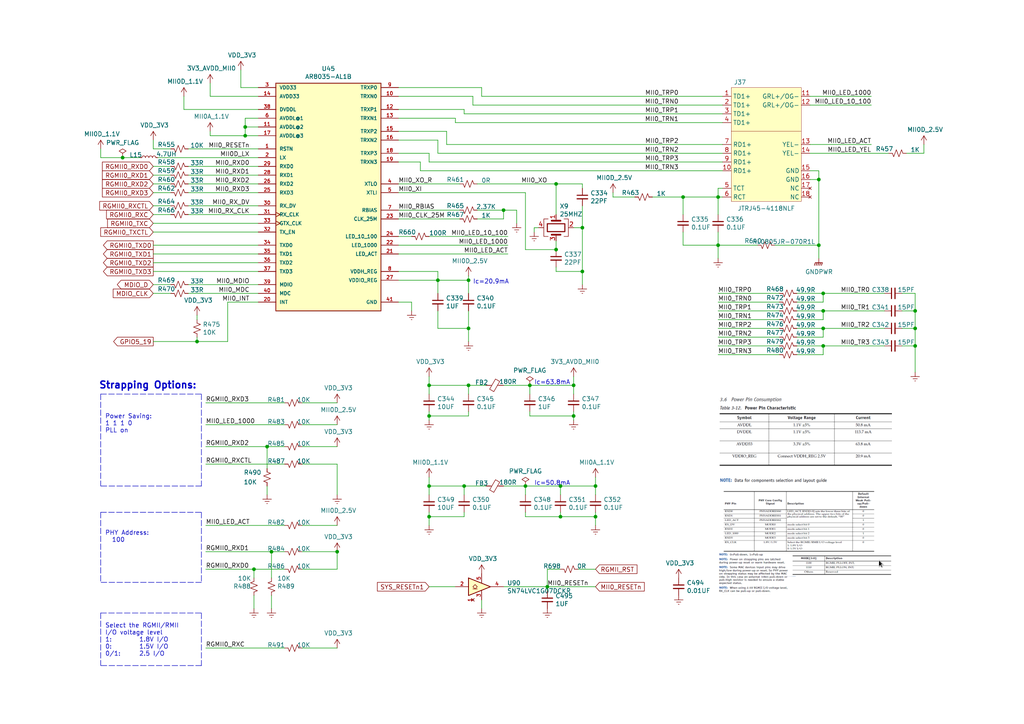
<source format=kicad_sch>
(kicad_sch (version 20210126) (generator eeschema)
  (paper "A4")
  (title_block (title "BeagleBone AI AM57x") (date "2021-01-15") (rev "Kicad-A1") (company "KiCad Services Corporation"))
  (junction (at 35.56 45.72) (diameter 0.9144))
  (junction (at 57.15 99.06) (diameter 0.9144))
  (junction (at 71.12 36.83) (diameter 0.9144))
  (junction (at 71.12 39.37) (diameter 0.9144))
  (junction (at 73.66 165.1) (diameter 0.9144))
  (junction (at 77.47 129.54) (diameter 0.9144))
  (junction (at 78.74 160.02) (diameter 0.9144))
  (junction (at 97.79 160.02) (diameter 0.9144))
  (junction (at 124.46 111.76) (diameter 0.9144))
  (junction (at 124.46 120.65) (diameter 0.9144))
  (junction (at 124.46 140.97) (diameter 0.9144))
  (junction (at 124.46 149.86) (diameter 0.9144))
  (junction (at 127 81.28) (diameter 0.9144))
  (junction (at 134.62 140.97) (diameter 0.9144))
  (junction (at 135.89 81.28) (diameter 0.9144))
  (junction (at 135.89 95.25) (diameter 0.9144))
  (junction (at 135.89 111.76) (diameter 0.9144))
  (junction (at 146.05 60.96) (diameter 0.9144))
  (junction (at 152.4 140.97) (diameter 0.9144))
  (junction (at 153.67 111.76) (diameter 0.9144))
  (junction (at 158.75 170.18) (diameter 0.9144))
  (junction (at 161.29 53.34) (diameter 0.9144))
  (junction (at 161.29 72.39) (diameter 0.9144))
  (junction (at 162.56 140.97) (diameter 0.9144))
  (junction (at 162.56 149.86) (diameter 0.9144))
  (junction (at 166.37 111.76) (diameter 0.9144))
  (junction (at 166.37 120.65) (diameter 0.9144))
  (junction (at 168.91 66.04) (diameter 0.9144))
  (junction (at 168.91 78.74) (diameter 0.9144))
  (junction (at 172.72 140.97) (diameter 0.9144))
  (junction (at 172.72 149.86) (diameter 0.9144))
  (junction (at 198.12 57.15) (diameter 0.9144))
  (junction (at 208.28 57.15) (diameter 0.9144))
  (junction (at 208.28 71.12) (diameter 0.9144))
  (junction (at 237.49 52.07) (diameter 0.9144))
  (junction (at 237.49 71.12) (diameter 0.9144))
  (junction (at 238.76 85.09) (diameter 0.9144))
  (junction (at 238.76 90.17) (diameter 0.9144))
  (junction (at 238.76 95.25) (diameter 0.9144))
  (junction (at 238.76 100.33) (diameter 0.9144))
  (junction (at 265.43 90.17) (diameter 0.9144))
  (junction (at 265.43 95.25) (diameter 0.9144))
  (junction (at 265.43 100.33) (diameter 0.9144))
  (wire (pts (xy 29.21 43.18) (xy 29.21 45.72)))
  (wire (pts (xy 35.56 45.72) (xy 29.21 45.72)))
  (wire (pts (xy 40.64 45.72) (xy 35.56 45.72)))
  (wire (pts (xy 44.45 40.64) (xy 44.45 43.18)))
  (wire (pts (xy 44.45 48.26) (xy 49.53 48.26)))
  (wire (pts (xy 44.45 50.8) (xy 49.53 50.8)))
  (wire (pts (xy 44.45 53.34) (xy 49.53 53.34)))
  (wire (pts (xy 44.45 55.88) (xy 49.53 55.88)))
  (wire (pts (xy 44.45 59.69) (xy 49.53 59.69)))
  (wire (pts (xy 44.45 62.23) (xy 49.53 62.23)))
  (wire (pts (xy 44.45 64.77) (xy 74.93 64.77)))
  (wire (pts (xy 44.45 67.31) (xy 74.93 67.31)))
  (wire (pts (xy 44.45 71.12) (xy 74.93 71.12)))
  (wire (pts (xy 44.45 73.66) (xy 74.93 73.66)))
  (wire (pts (xy 44.45 76.2) (xy 74.93 76.2)))
  (wire (pts (xy 44.45 78.74) (xy 74.93 78.74)))
  (wire (pts (xy 44.45 82.55) (xy 49.53 82.55)))
  (wire (pts (xy 44.45 85.09) (xy 49.53 85.09)))
  (wire (pts (xy 44.45 99.06) (xy 57.15 99.06)))
  (wire (pts (xy 49.53 43.18) (xy 44.45 43.18)))
  (wire (pts (xy 53.34 27.94) (xy 53.34 31.75)))
  (wire (pts (xy 54.61 48.26) (xy 74.93 48.26)))
  (wire (pts (xy 54.61 50.8) (xy 74.93 50.8)))
  (wire (pts (xy 54.61 53.34) (xy 74.93 53.34)))
  (wire (pts (xy 54.61 55.88) (xy 74.93 55.88)))
  (wire (pts (xy 54.61 59.69) (xy 74.93 59.69)))
  (wire (pts (xy 54.61 62.23) (xy 74.93 62.23)))
  (wire (pts (xy 54.61 82.55) (xy 74.93 82.55)))
  (wire (pts (xy 54.61 85.09) (xy 74.93 85.09)))
  (wire (pts (xy 57.15 91.44) (xy 57.15 92.71)))
  (wire (pts (xy 57.15 97.79) (xy 57.15 99.06)))
  (wire (pts (xy 57.15 99.06) (xy 66.04 99.06)))
  (wire (pts (xy 59.69 116.84) (xy 82.55 116.84)))
  (wire (pts (xy 59.69 123.19) (xy 82.55 123.19)))
  (wire (pts (xy 59.69 129.54) (xy 77.47 129.54)))
  (wire (pts (xy 59.69 134.62) (xy 82.55 134.62)))
  (wire (pts (xy 59.69 152.4) (xy 82.55 152.4)))
  (wire (pts (xy 59.69 160.02) (xy 78.74 160.02)))
  (wire (pts (xy 59.69 165.1) (xy 73.66 165.1)))
  (wire (pts (xy 59.69 187.96) (xy 82.55 187.96)))
  (wire (pts (xy 60.96 24.13) (xy 60.96 27.94)))
  (wire (pts (xy 60.96 38.1) (xy 60.96 39.37)))
  (wire (pts (xy 66.04 87.63) (xy 66.04 99.06)))
  (wire (pts (xy 69.85 20.32) (xy 69.85 25.4)))
  (wire (pts (xy 71.12 34.29) (xy 71.12 36.83)))
  (wire (pts (xy 71.12 36.83) (xy 71.12 39.37)))
  (wire (pts (xy 71.12 36.83) (xy 74.93 36.83)))
  (wire (pts (xy 71.12 39.37) (xy 60.96 39.37)))
  (wire (pts (xy 73.66 165.1) (xy 73.66 167.64)))
  (wire (pts (xy 73.66 165.1) (xy 82.55 165.1)))
  (wire (pts (xy 73.66 172.72) (xy 73.66 176.53)))
  (wire (pts (xy 74.93 25.4) (xy 69.85 25.4)))
  (wire (pts (xy 74.93 27.94) (xy 60.96 27.94)))
  (wire (pts (xy 74.93 31.75) (xy 53.34 31.75)))
  (wire (pts (xy 74.93 34.29) (xy 71.12 34.29)))
  (wire (pts (xy 74.93 39.37) (xy 71.12 39.37)))
  (wire (pts (xy 74.93 43.18) (xy 54.61 43.18)))
  (wire (pts (xy 74.93 45.72) (xy 45.72 45.72)))
  (wire (pts (xy 74.93 87.63) (xy 66.04 87.63)))
  (wire (pts (xy 77.47 129.54) (xy 77.47 135.89)))
  (wire (pts (xy 77.47 129.54) (xy 82.55 129.54)))
  (wire (pts (xy 77.47 140.97) (xy 77.47 143.51)))
  (wire (pts (xy 78.74 160.02) (xy 78.74 167.64)))
  (wire (pts (xy 78.74 160.02) (xy 82.55 160.02)))
  (wire (pts (xy 78.74 172.72) (xy 78.74 176.53)))
  (wire (pts (xy 87.63 116.84) (xy 97.79 116.84)))
  (wire (pts (xy 87.63 123.19) (xy 97.79 123.19)))
  (wire (pts (xy 87.63 129.54) (xy 97.79 129.54)))
  (wire (pts (xy 87.63 134.62) (xy 97.79 134.62)))
  (wire (pts (xy 87.63 152.4) (xy 97.79 152.4)))
  (wire (pts (xy 87.63 160.02) (xy 97.79 160.02)))
  (wire (pts (xy 87.63 165.1) (xy 97.79 165.1)))
  (wire (pts (xy 87.63 187.96) (xy 97.79 187.96)))
  (wire (pts (xy 97.79 143.51) (xy 97.79 134.62)))
  (wire (pts (xy 97.79 160.02) (xy 97.79 165.1)))
  (wire (pts (xy 115.57 25.4) (xy 139.7 25.4)))
  (wire (pts (xy 115.57 27.94) (xy 137.16 27.94)))
  (wire (pts (xy 115.57 31.75) (xy 134.62 31.75)))
  (wire (pts (xy 115.57 34.29) (xy 132.08 34.29)))
  (wire (pts (xy 115.57 38.1) (xy 129.54 38.1)))
  (wire (pts (xy 115.57 40.64) (xy 127 40.64)))
  (wire (pts (xy 115.57 44.45) (xy 124.46 44.45)))
  (wire (pts (xy 115.57 46.99) (xy 121.92 46.99)))
  (wire (pts (xy 115.57 53.34) (xy 133.35 53.34)))
  (wire (pts (xy 115.57 55.88) (xy 152.4 55.88)))
  (wire (pts (xy 115.57 60.96) (xy 133.35 60.96)))
  (wire (pts (xy 115.57 63.5) (xy 133.35 63.5)))
  (wire (pts (xy 115.57 68.58) (xy 119.38 68.58)))
  (wire (pts (xy 115.57 71.12) (xy 147.32 71.12)))
  (wire (pts (xy 115.57 73.66) (xy 147.32 73.66)))
  (wire (pts (xy 115.57 81.28) (xy 127 81.28)))
  (wire (pts (xy 115.57 87.63) (xy 119.38 87.63)))
  (wire (pts (xy 119.38 87.63) (xy 119.38 90.17)))
  (wire (pts (xy 121.92 46.99) (xy 121.92 49.53)))
  (wire (pts (xy 121.92 49.53) (xy 209.55 49.53)))
  (wire (pts (xy 124.46 44.45) (xy 124.46 46.99)))
  (wire (pts (xy 124.46 46.99) (xy 209.55 46.99)))
  (wire (pts (xy 124.46 68.58) (xy 147.32 68.58)))
  (wire (pts (xy 124.46 109.22) (xy 124.46 111.76)))
  (wire (pts (xy 124.46 111.76) (xy 124.46 114.3)))
  (wire (pts (xy 124.46 111.76) (xy 135.89 111.76)))
  (wire (pts (xy 124.46 119.38) (xy 124.46 120.65)))
  (wire (pts (xy 124.46 120.65) (xy 124.46 121.92)))
  (wire (pts (xy 124.46 138.43) (xy 124.46 140.97)))
  (wire (pts (xy 124.46 140.97) (xy 134.62 140.97)))
  (wire (pts (xy 124.46 143.51) (xy 124.46 140.97)))
  (wire (pts (xy 124.46 149.86) (xy 124.46 148.59)))
  (wire (pts (xy 124.46 149.86) (xy 124.46 152.4)))
  (wire (pts (xy 124.46 170.18) (xy 132.08 170.18)))
  (wire (pts (xy 127 40.64) (xy 127 44.45)))
  (wire (pts (xy 127 44.45) (xy 209.55 44.45)))
  (wire (pts (xy 127 78.74) (xy 115.57 78.74)))
  (wire (pts (xy 127 81.28) (xy 127 78.74)))
  (wire (pts (xy 127 81.28) (xy 127 85.09)))
  (wire (pts (xy 127 81.28) (xy 135.89 81.28)))
  (wire (pts (xy 127 90.17) (xy 127 95.25)))
  (wire (pts (xy 127 95.25) (xy 135.89 95.25)))
  (wire (pts (xy 129.54 38.1) (xy 129.54 41.91)))
  (wire (pts (xy 129.54 41.91) (xy 209.55 41.91)))
  (wire (pts (xy 132.08 34.29) (xy 132.08 35.56)))
  (wire (pts (xy 132.08 35.56) (xy 209.55 35.56)))
  (wire (pts (xy 134.62 31.75) (xy 134.62 33.02)))
  (wire (pts (xy 134.62 33.02) (xy 209.55 33.02)))
  (wire (pts (xy 134.62 140.97) (xy 134.62 143.51)))
  (wire (pts (xy 134.62 140.97) (xy 140.97 140.97)))
  (wire (pts (xy 134.62 148.59) (xy 134.62 149.86)))
  (wire (pts (xy 134.62 149.86) (xy 124.46 149.86)))
  (wire (pts (xy 135.89 80.01) (xy 135.89 81.28)))
  (wire (pts (xy 135.89 85.09) (xy 135.89 81.28)))
  (wire (pts (xy 135.89 95.25) (xy 135.89 90.17)))
  (wire (pts (xy 135.89 95.25) (xy 135.89 99.06)))
  (wire (pts (xy 135.89 111.76) (xy 135.89 114.3)))
  (wire (pts (xy 135.89 111.76) (xy 140.97 111.76)))
  (wire (pts (xy 135.89 119.38) (xy 135.89 120.65)))
  (wire (pts (xy 135.89 120.65) (xy 124.46 120.65)))
  (wire (pts (xy 137.16 27.94) (xy 137.16 30.48)))
  (wire (pts (xy 137.16 30.48) (xy 209.55 30.48)))
  (wire (pts (xy 138.43 53.34) (xy 161.29 53.34)))
  (wire (pts (xy 138.43 60.96) (xy 146.05 60.96)))
  (wire (pts (xy 138.43 63.5) (xy 146.05 63.5)))
  (wire (pts (xy 139.7 25.4) (xy 139.7 27.94)))
  (wire (pts (xy 139.7 27.94) (xy 209.55 27.94)))
  (wire (pts (xy 139.7 176.53) (xy 139.7 173.99)))
  (wire (pts (xy 146.05 60.96) (xy 149.86 60.96)))
  (wire (pts (xy 146.05 63.5) (xy 146.05 60.96)))
  (wire (pts (xy 146.05 111.76) (xy 153.67 111.76)))
  (wire (pts (xy 146.05 170.18) (xy 158.75 170.18)))
  (wire (pts (xy 149.86 60.96) (xy 149.86 64.77)))
  (wire (pts (xy 152.4 55.88) (xy 152.4 72.39)))
  (wire (pts (xy 152.4 140.97) (xy 146.05 140.97)))
  (wire (pts (xy 152.4 140.97) (xy 152.4 143.51)))
  (wire (pts (xy 152.4 140.97) (xy 162.56 140.97)))
  (wire (pts (xy 152.4 148.59) (xy 152.4 149.86)))
  (wire (pts (xy 152.4 149.86) (xy 162.56 149.86)))
  (wire (pts (xy 153.67 111.76) (xy 153.67 114.3)))
  (wire (pts (xy 153.67 111.76) (xy 166.37 111.76)))
  (wire (pts (xy 153.67 119.38) (xy 153.67 120.65)))
  (wire (pts (xy 153.67 120.65) (xy 166.37 120.65)))
  (wire (pts (xy 154.94 66.04) (xy 154.94 67.31)))
  (wire (pts (xy 156.21 66.04) (xy 154.94 66.04)))
  (wire (pts (xy 158.75 165.1) (xy 158.75 170.18)))
  (wire (pts (xy 158.75 170.18) (xy 158.75 171.45)))
  (wire (pts (xy 158.75 170.18) (xy 172.72 170.18)))
  (wire (pts (xy 161.29 53.34) (xy 161.29 62.23)))
  (wire (pts (xy 161.29 53.34) (xy 168.91 53.34)))
  (wire (pts (xy 161.29 69.85) (xy 161.29 72.39)))
  (wire (pts (xy 161.29 72.39) (xy 152.4 72.39)))
  (wire (pts (xy 161.29 77.47) (xy 161.29 78.74)))
  (wire (pts (xy 161.29 78.74) (xy 168.91 78.74)))
  (wire (pts (xy 162.56 140.97) (xy 162.56 143.51)))
  (wire (pts (xy 162.56 140.97) (xy 172.72 140.97)))
  (wire (pts (xy 162.56 148.59) (xy 162.56 149.86)))
  (wire (pts (xy 162.56 149.86) (xy 172.72 149.86)))
  (wire (pts (xy 162.56 165.1) (xy 158.75 165.1)))
  (wire (pts (xy 166.37 66.04) (xy 168.91 66.04)))
  (wire (pts (xy 166.37 109.22) (xy 166.37 111.76)))
  (wire (pts (xy 166.37 111.76) (xy 166.37 114.3)))
  (wire (pts (xy 166.37 119.38) (xy 166.37 120.65)))
  (wire (pts (xy 166.37 120.65) (xy 166.37 121.92)))
  (wire (pts (xy 168.91 53.34) (xy 168.91 54.61)))
  (wire (pts (xy 168.91 59.69) (xy 168.91 66.04)))
  (wire (pts (xy 168.91 66.04) (xy 168.91 78.74)))
  (wire (pts (xy 168.91 78.74) (xy 168.91 82.55)))
  (wire (pts (xy 172.72 138.43) (xy 172.72 140.97)))
  (wire (pts (xy 172.72 143.51) (xy 172.72 140.97)))
  (wire (pts (xy 172.72 149.86) (xy 172.72 148.59)))
  (wire (pts (xy 172.72 149.86) (xy 172.72 152.4)))
  (wire (pts (xy 172.72 165.1) (xy 167.64 165.1)))
  (wire (pts (xy 177.8 55.88) (xy 177.8 57.15)))
  (wire (pts (xy 184.15 57.15) (xy 177.8 57.15)))
  (wire (pts (xy 189.23 57.15) (xy 198.12 57.15)))
  (wire (pts (xy 198.12 57.15) (xy 198.12 62.23)))
  (wire (pts (xy 198.12 57.15) (xy 208.28 57.15)))
  (wire (pts (xy 198.12 67.31) (xy 198.12 71.12)))
  (wire (pts (xy 198.12 71.12) (xy 208.28 71.12)))
  (wire (pts (xy 208.28 54.61) (xy 208.28 57.15)))
  (wire (pts (xy 208.28 57.15) (xy 209.55 57.15)))
  (wire (pts (xy 208.28 62.23) (xy 208.28 57.15)))
  (wire (pts (xy 208.28 71.12) (xy 208.28 67.31)))
  (wire (pts (xy 208.28 71.12) (xy 208.28 74.93)))
  (wire (pts (xy 208.28 71.12) (xy 219.71 71.12)))
  (wire (pts (xy 208.28 85.09) (xy 226.06 85.09)))
  (wire (pts (xy 208.28 87.63) (xy 226.06 87.63)))
  (wire (pts (xy 208.28 90.17) (xy 226.06 90.17)))
  (wire (pts (xy 208.28 92.71) (xy 226.06 92.71)))
  (wire (pts (xy 208.28 95.25) (xy 226.06 95.25)))
  (wire (pts (xy 208.28 97.79) (xy 226.06 97.79)))
  (wire (pts (xy 208.28 100.33) (xy 226.06 100.33)))
  (wire (pts (xy 208.28 102.87) (xy 226.06 102.87)))
  (wire (pts (xy 209.55 54.61) (xy 208.28 54.61)))
  (wire (pts (xy 224.79 71.12) (xy 237.49 71.12)))
  (wire (pts (xy 231.14 85.09) (xy 238.76 85.09)))
  (wire (pts (xy 231.14 87.63) (xy 238.76 87.63)))
  (wire (pts (xy 231.14 90.17) (xy 238.76 90.17)))
  (wire (pts (xy 231.14 92.71) (xy 238.76 92.71)))
  (wire (pts (xy 231.14 95.25) (xy 238.76 95.25)))
  (wire (pts (xy 231.14 97.79) (xy 238.76 97.79)))
  (wire (pts (xy 231.14 100.33) (xy 238.76 100.33)))
  (wire (pts (xy 231.14 102.87) (xy 238.76 102.87)))
  (wire (pts (xy 234.95 27.94) (xy 252.73 27.94)))
  (wire (pts (xy 234.95 30.48) (xy 252.73 30.48)))
  (wire (pts (xy 234.95 41.91) (xy 252.73 41.91)))
  (wire (pts (xy 234.95 44.45) (xy 257.81 44.45)))
  (wire (pts (xy 234.95 49.53) (xy 237.49 49.53)))
  (wire (pts (xy 237.49 49.53) (xy 237.49 52.07)))
  (wire (pts (xy 237.49 52.07) (xy 234.95 52.07)))
  (wire (pts (xy 237.49 71.12) (xy 237.49 52.07)))
  (wire (pts (xy 237.49 71.12) (xy 237.49 74.93)))
  (wire (pts (xy 238.76 85.09) (xy 238.76 87.63)))
  (wire (pts (xy 238.76 85.09) (xy 256.54 85.09)))
  (wire (pts (xy 238.76 90.17) (xy 238.76 92.71)))
  (wire (pts (xy 238.76 90.17) (xy 256.54 90.17)))
  (wire (pts (xy 238.76 95.25) (xy 238.76 97.79)))
  (wire (pts (xy 238.76 95.25) (xy 256.54 95.25)))
  (wire (pts (xy 238.76 100.33) (xy 238.76 102.87)))
  (wire (pts (xy 238.76 100.33) (xy 256.54 100.33)))
  (wire (pts (xy 261.62 85.09) (xy 265.43 85.09)))
  (wire (pts (xy 261.62 90.17) (xy 265.43 90.17)))
  (wire (pts (xy 261.62 95.25) (xy 265.43 95.25)))
  (wire (pts (xy 261.62 100.33) (xy 265.43 100.33)))
  (wire (pts (xy 262.89 44.45) (xy 267.97 44.45)))
  (wire (pts (xy 265.43 85.09) (xy 265.43 90.17)))
  (wire (pts (xy 265.43 90.17) (xy 265.43 95.25)))
  (wire (pts (xy 265.43 95.25) (xy 265.43 100.33)))
  (wire (pts (xy 265.43 100.33) (xy 265.43 107.95)))
  (wire (pts (xy 267.97 41.91) (xy 267.97 44.45)))
  (polyline (pts (xy 29.21 114.3) (xy 29.21 140.97)) (stroke (width 0) (type dash)))
  (polyline (pts (xy 29.21 114.3) (xy 58.42 114.3)) (stroke (width 0) (type dash)))
  (polyline (pts (xy 29.21 148.59) (xy 29.21 168.91)) (stroke (width 0) (type dash)))
  (polyline (pts (xy 29.21 148.59) (xy 58.42 148.59)) (stroke (width 0) (type dash)))
  (polyline (pts (xy 29.21 177.8) (xy 29.21 193.04)) (stroke (width 0) (type dash)))
  (polyline (pts (xy 29.21 177.8) (xy 58.42 177.8)) (stroke (width 0) (type dash)))
  (polyline (pts (xy 58.42 114.3) (xy 58.42 140.97)) (stroke (width 0) (type dash)))
  (polyline (pts (xy 58.42 140.97) (xy 29.21 140.97)) (stroke (width 0) (type dash)))
  (polyline (pts (xy 58.42 148.59) (xy 58.42 168.91)) (stroke (width 0) (type dash)))
  (polyline (pts (xy 58.42 168.91) (xy 29.21 168.91)) (stroke (width 0) (type dash)))
  (polyline (pts (xy 58.42 177.8) (xy 58.42 193.04)) (stroke (width 0) (type dash)))
  (polyline (pts (xy 58.42 193.04) (xy 29.21 193.04)) (stroke (width 0) (type dash)))
  (image (at 233.68 143.51) (scale 0.711353))
  (text "Power Saving:\n1 1 1 0\nPLL on" (at 30.48 125.73 0) (effects (font (size 1.27 1.27)) (justify left bottom)))
  (text "PHY Address:\n  100" (at 30.48 157.48 0) (effects (font (size 1.27 1.27)) (justify left bottom)))
  (text "Select the RGMII/RMII\nI/O voltage level\n1:		1.8V I/O\n0:		1.5V I/O\n0/1:	2.5 I/O" (at 30.48 190.5 0) (effects (font (size 1.27 1.27)) (justify left bottom)))
  (text "Strapping Options:" (at 57.15 113.03 180) (effects (font (size 2 2) (thickness 0.4) bold) (justify right bottom)))
  (text "Ic=20.9mA" (at 137.16 82.55 0) (effects (font (size 1.27 1.27)) (justify left bottom)))
  (text "Ic=63.8mA" (at 154.94 111.76 0) (effects (font (size 1.27 1.27)) (justify left bottom)))
  (text "Ic=50.8mA" (at 154.94 140.97 0) (effects (font (size 1.27 1.27)) (justify left bottom)))
  (label "RGMII0_RXD3" (at 59.69 116.84 0))
  (label "MII0_LED_1000" (at 59.69 123.19 0))
  (label "RGMII0_RXD2" (at 59.69 129.54 0))
  (label "RGMII0_RXCTL" (at 59.69 134.62 0))
  (label "MII0_LED_ACT" (at 59.69 152.4 0))
  (label "RGMII0_RXD1" (at 59.69 160.02 0))
  (label "RGMII0_RXD0" (at 59.69 165.1 0))
  (label "RGMII0_RXC" (at 59.69 187.96 0))
  (label "MII0_RESETn" (at 72.39 43.18 180))
  (label "MII0D_LX" (at 72.39 45.72 180))
  (label "MII0_RXD0" (at 72.39 48.26 180))
  (label "MII0_RXD1" (at 72.39 50.8 180))
  (label "MII0_RXD2" (at 72.39 53.34 180))
  (label "MII0_RXD3" (at 72.39 55.88 180))
  (label "MII0_RX_DV" (at 72.39 59.69 180))
  (label "MII0_RX_CLK" (at 72.39 62.23 180))
  (label "MII0_MDIO" (at 72.39 82.55 180))
  (label "MII0_MDC" (at 72.39 85.09 180))
  (label "MII0_INT" (at 72.39 87.63 180))
  (label "MII0_XO_R" (at 115.57 53.34 0))
  (label "MII0_XI" (at 115.57 55.88 0))
  (label "MII0_RBIAS" (at 115.57 60.96 0))
  (label "MII0_CLK_25M" (at 115.57 63.5 0))
  (label "MII0_LED_10_100" (at 147.32 68.58 180))
  (label "MII0_LED_1000" (at 147.32 71.12 180))
  (label "MII0_LED_ACT" (at 147.32 73.66 180))
  (label "MII0_XO" (at 158.75 53.34 180))
  (label "MII0_RESETn" (at 158.75 170.18 0))
  (label "MII0_TRP0" (at 196.85 27.94 180))
  (label "MII0_TRN0" (at 196.85 30.48 180))
  (label "MII0_TRP1" (at 196.85 33.02 180))
  (label "MII0_TRN1" (at 196.85 35.56 180))
  (label "MII0_TRP2" (at 196.85 41.91 180))
  (label "MII0_TRN2" (at 196.85 44.45 180))
  (label "MII0_TRP3" (at 196.85 46.99 180))
  (label "MII0_TRN3" (at 196.85 49.53 180))
  (label "MII0_TRP0" (at 208.28 85.09 0))
  (label "MII0_TRN0" (at 208.28 87.63 0))
  (label "MII0_TRP1" (at 208.28 90.17 0))
  (label "MII0_TRN1" (at 208.28 92.71 0))
  (label "MII0_TRP2" (at 208.28 95.25 0))
  (label "MII0_TRN2" (at 208.28 97.79 0))
  (label "MII0_TRP3" (at 208.28 100.33 0))
  (label "MII0_TRN3" (at 208.28 102.87 0))
  (label "MII0_TR0" (at 243.84 85.09 0))
  (label "MII0_TR1" (at 243.84 90.17 0))
  (label "MII0_TR2" (at 243.84 95.25 0))
  (label "MII0_TR3" (at 243.84 100.33 0))
  (label "MII0_LED_1000" (at 252.73 27.94 180))
  (label "MII0_LED_10_100" (at 252.73 30.48 180))
  (label "MII0_LED_ACT" (at 252.73 41.91 180))
  (label "MII0_LED_YEL" (at 252.73 44.45 180))
  (global_label "RGMII0_RXD0" (shape input) (at 44.45 48.26 180) (property "Intersheet References" "${INTERSHEET_REFS}" (at 28.1758 48.1806 0) (effects (justify right))))
  (global_label "RGMII0_RXD1" (shape input) (at 44.45 50.8 180) (property "Intersheet References" "${INTERSHEET_REFS}" (at 28.1758 50.7206 0) (effects (justify right))))
  (global_label "RGMII0_RXD2" (shape input) (at 44.45 53.34 180) (property "Intersheet References" "${INTERSHEET_REFS}" (at 28.1758 53.2606 0) (effects (justify right))))
  (global_label "RGMII0_RXD3" (shape input) (at 44.45 55.88 180) (property "Intersheet References" "${INTERSHEET_REFS}" (at 28.1758 55.8006 0) (effects (justify right))))
  (global_label "RGMII0_RXCTL" (shape input) (at 44.45 59.69 180) (property "Intersheet References" "${INTERSHEET_REFS}" (at 27.3896 59.6106 0) (effects (justify right))))
  (global_label "RGMII0_RXC" (shape input) (at 44.45 62.23 180) (property "Intersheet References" "${INTERSHEET_REFS}" (at 29.3853 62.1506 0) (effects (justify right))))
  (global_label "RGMII0_TXC" (shape input) (at 44.45 64.77 180) (property "Intersheet References" "${INTERSHEET_REFS}" (at 29.6877 64.6906 0) (effects (justify right))))
  (global_label "RGMII0_TXCTL" (shape input) (at 44.45 67.31 180) (property "Intersheet References" "${INTERSHEET_REFS}" (at 27.6919 67.2306 0) (effects (justify right))))
  (global_label "RGMII0_TXD0" (shape output) (at 44.45 71.12 180) (property "Intersheet References" "${INTERSHEET_REFS}" (at 28.4781 71.0406 0) (effects (justify right))))
  (global_label "RGMII0_TXD1" (shape output) (at 44.45 73.66 180) (property "Intersheet References" "${INTERSHEET_REFS}" (at 28.4781 73.5806 0) (effects (justify right))))
  (global_label "RGMII0_TXD2" (shape output) (at 44.45 76.2 180) (property "Intersheet References" "${INTERSHEET_REFS}" (at 28.4781 76.1206 0) (effects (justify right))))
  (global_label "RGMII0_TXD3" (shape output) (at 44.45 78.74 180) (property "Intersheet References" "${INTERSHEET_REFS}" (at 28.4781 78.6606 0) (effects (justify right))))
  (global_label "MDIO_D" (shape bidirectional) (at 44.45 82.55 180) (property "Intersheet References" "${INTERSHEET_REFS}" (at 33.6186 82.4706 0) (effects (justify right))))
  (global_label "MDIO_CLK" (shape input) (at 44.45 85.09 180) (property "Intersheet References" "${INTERSHEET_REFS}" (at 31.3205 85.0106 0) (effects (justify right))))
  (global_label "GPIO5_19" (shape output) (at 44.45 99.06 180) (property "Intersheet References" "${INTERSHEET_REFS}" (at 31.4415 98.9806 0) (effects (justify right))))
  (global_label "SYS_RESETn1" (shape input) (at 124.46 170.18 180) (property "Intersheet References" "${INTERSHEET_REFS}" (at 107.9439 170.1006 0) (effects (justify right))))
  (global_label "RGMII_RST" (shape input) (at 172.72 165.1 0) (property "Intersheet References" "${INTERSHEET_REFS}" (at 186.2728 165.0206 0) (effects (justify left))))
  (global_label "MII0_RESETn" (shape input) (at 172.72 170.18 0) (property "Intersheet References" "${INTERSHEET_REFS}" (at 188.3895 170.1006 0) (effects (justify left))))
  (symbol (lib_id "Device:L_Small") (at 43.18 45.72 90) (unit 1)
    (property "Reference" "L15" (at 39.37 44.939 90))
    (property "Value" "4.7UH" (at 48.26 44.698 90))
    (property "Footprint" "beaglebone-ai:L30X30_A" (effects hide))
    (property "Description" "Power Inductor,Magnetic shielded,4.7uH,1.2A,0.14ohm,3X3X1.8mm,SMD" (effects hide))
    (property "Manufacturer" "CDRH2D18/HPNP-4R7NC" (effects hide))
    (property "Manufacturer P/N" "Power Inductor,Magnetic shielded,4.7uH,1.2A,0.14ohm,3X3X1.8mm,SMD" (effects hide))
    (property "MANUFACTURER" "Sumida" (effects hide))
  )
  (symbol (lib_id "power:PWR_FLAG") (at 35.56 45.72 0) (unit 1)
    (property "Reference" "#FLG0118" (effects hide))
    (property "Value" "PWR_FLAG" (at 35.56 41.3956 0))
  )
  (symbol (lib_id "power:PWR_FLAG") (at 152.4 140.97 0) (unit 1)
    (property "Reference" "#FLG0116" (effects hide))
    (property "Value" "PWR_FLAG" (at 152.4 136.6456 0))
  )
  (symbol (lib_id "power:PWR_FLAG") (at 153.67 111.76 0) (unit 1)
    (property "Reference" "#FLG0117" (effects hide))
    (property "Value" "PWR_FLAG" (at 153.67 107.4356 0))
  )
  (symbol (lib_id "beaglebone-ai:MII0D_1.1V") (at 29.21 43.18 0) (unit 1)
    (property "Reference" "#PWR0434" (effects hide))
    (property "Value" "MII0D_1.1V" (at 29.5783 38.8556 0))
  )
  (symbol (lib_id "beaglebone-ai:VDD_3V3") (at 44.45 40.64 0) (unit 1)
    (property "Reference" "#PWR0435" (effects hide))
    (property "Value" "VDD_3V3" (at 44.8183 36.3156 0))
  )
  (symbol (lib_id "beaglebone-ai:MII0D_1.1V") (at 53.34 27.94 0) (unit 1)
    (property "Reference" "#PWR0426" (effects hide))
    (property "Value" "MII0D_1.1V" (at 53.7083 23.6156 0))
  )
  (symbol (lib_id "beaglebone-ai:VDD_3V3") (at 57.15 91.44 0) (unit 1)
    (property "Reference" "#PWR0425" (effects hide))
    (property "Value" "VDD_3V3" (at 57.5183 87.1156 0))
  )
  (symbol (lib_id "beaglebone-ai:3V3_AVDD_MII0") (at 60.96 24.13 0) (unit 1)
    (property "Reference" "#PWR0427" (effects hide))
    (property "Value" "3V3_AVDD_MII0" (at 61.3283 19.8056 0))
  )
  (symbol (lib_id "beaglebone-ai:MII0A_1.1V") (at 60.96 38.1 0) (unit 1)
    (property "Reference" "#PWR0429" (effects hide))
    (property "Value" "MII0A_1.1V" (at 61.3283 33.7756 0))
  )
  (symbol (lib_id "beaglebone-ai:VDD_3V3") (at 69.85 20.32 0) (unit 1)
    (property "Reference" "#PWR0428" (effects hide))
    (property "Value" "VDD_3V3" (at 70.2183 15.9956 0))
  )
  (symbol (lib_id "beaglebone-ai:VDD_3V3") (at 97.79 116.84 0) (unit 1)
    (property "Reference" "#PWR0440" (effects hide))
    (property "Value" "VDD_3V3" (at 98.1583 112.5156 0))
  )
  (symbol (lib_id "beaglebone-ai:MII0D_2.5V") (at 97.79 123.19 0) (unit 1)
    (property "Reference" "#PWR0439" (effects hide))
    (property "Value" "MII0D_2.5V" (at 98.1583 118.8656 0))
  )
  (symbol (lib_id "beaglebone-ai:VDD_3V3") (at 97.79 129.54 0) (unit 1)
    (property "Reference" "#PWR0441" (effects hide))
    (property "Value" "VDD_3V3" (at 98.1583 125.2156 0))
  )
  (symbol (lib_id "beaglebone-ai:MII0D_2.5V") (at 97.79 152.4 0) (unit 1)
    (property "Reference" "#PWR0436" (effects hide))
    (property "Value" "MII0D_2.5V" (at 98.1583 148.0756 0))
  )
  (symbol (lib_id "beaglebone-ai:VDD_3V3") (at 97.79 160.02 0) (unit 1)
    (property "Reference" "#PWR0433" (effects hide))
    (property "Value" "VDD_3V3" (at 98.1583 155.6956 0))
  )
  (symbol (lib_id "beaglebone-ai:VDD_3V3") (at 97.79 187.96 0) (unit 1)
    (property "Reference" "#PWR0432" (effects hide))
    (property "Value" "VDD_3V3" (at 98.1583 183.6356 0))
  )
  (symbol (lib_id "beaglebone-ai:VDD_3V3") (at 124.46 109.22 0) (unit 1)
    (property "Reference" "#PWR0455" (effects hide))
    (property "Value" "VDD_3V3" (at 124.8283 104.8956 0))
  )
  (symbol (lib_id "beaglebone-ai:MII0D_1.1V") (at 124.46 138.43 0) (unit 1)
    (property "Reference" "#PWR0453" (effects hide))
    (property "Value" "MII0D_1.1V" (at 124.8283 134.1056 0))
  )
  (symbol (lib_id "beaglebone-ai:MII0D_2.5V") (at 135.89 80.01 0) (unit 1)
    (property "Reference" "#PWR0459" (effects hide))
    (property "Value" "MII0D_2.5V" (at 136.2583 75.6856 0))
  )
  (symbol (lib_id "beaglebone-ai:VDD_3V3") (at 139.7 166.37 0) (unit 1)
    (property "Reference" "#PWR0463" (effects hide))
    (property "Value" "VDD_3V3" (at 140.0683 162.0456 0))
  )
  (symbol (lib_id "beaglebone-ai:3V3_AVDD_MII0") (at 166.37 109.22 0) (unit 1)
    (property "Reference" "#PWR0451" (effects hide))
    (property "Value" "3V3_AVDD_MII0" (at 166.7383 104.8956 0))
  )
  (symbol (lib_id "beaglebone-ai:MII0A_1.1V") (at 172.72 138.43 0) (unit 1)
    (property "Reference" "#PWR0447" (effects hide))
    (property "Value" "MII0A_1.1V" (at 173.0883 134.1056 0))
  )
  (symbol (lib_id "beaglebone-ai:MII0D_2.5V") (at 177.8 55.88 0) (unit 1)
    (property "Reference" "#PWR0443" (effects hide))
    (property "Value" "MII0D_2.5V" (at 178.1683 51.5556 0))
  )
  (symbol (lib_id "beaglebone-ai:VDD_3V3") (at 196.85 167.64 0) (unit 1)
    (property "Reference" "#PWR0449" (effects hide))
    (property "Value" "VDD_3V3" (at 197.2183 163.3156 0))
  )
  (symbol (lib_id "beaglebone-ai:MII0D_2.5V") (at 267.97 41.91 0) (unit 1)
    (property "Reference" "#PWR0446" (effects hide))
    (property "Value" "MII0D_2.5V" (at 268.3383 37.5856 0))
  )
  (symbol (lib_id "power:GNDPWR") (at 237.49 74.93 0) (unit 1)
    (property "Reference" "#PWR0444" (effects hide))
    (property "Value" "GNDPWR" (at 237.5535 78.848 0))
  )
  (symbol (lib_id "power:Earth") (at 73.66 176.53 0) (unit 1)
    (property "Reference" "#PWR0430" (effects hide))
    (property "Value" "Earth" (effects hide))
  )
  (symbol (lib_id "power:Earth") (at 77.47 143.51 0) (unit 1)
    (property "Reference" "#PWR0438" (effects hide))
    (property "Value" "Earth" (effects hide))
  )
  (symbol (lib_id "power:Earth") (at 78.74 176.53 0) (unit 1)
    (property "Reference" "#PWR0431" (effects hide))
    (property "Value" "Earth" (effects hide))
  )
  (symbol (lib_id "power:Earth") (at 97.79 143.51 0) (unit 1)
    (property "Reference" "#PWR0437" (effects hide))
    (property "Value" "Earth" (effects hide))
  )
  (symbol (lib_id "power:Earth") (at 119.38 90.17 0) (unit 1)
    (property "Reference" "#PWR0457" (effects hide))
    (property "Value" "Earth" (effects hide))
  )
  (symbol (lib_id "power:Earth") (at 124.46 121.92 0) (unit 1)
    (property "Reference" "#PWR0452" (effects hide))
    (property "Value" "Earth" (effects hide))
  )
  (symbol (lib_id "power:Earth") (at 124.46 152.4 0) (unit 1)
    (property "Reference" "#PWR0462" (effects hide))
    (property "Value" "Earth" (effects hide))
  )
  (symbol (lib_id "power:Earth") (at 135.89 99.06 0) (unit 1)
    (property "Reference" "#PWR0456" (effects hide))
    (property "Value" "Earth" (effects hide))
  )
  (symbol (lib_id "power:Earth") (at 139.7 176.53 0) (unit 1)
    (property "Reference" "#PWR0465" (effects hide))
    (property "Value" "Earth" (effects hide))
  )
  (symbol (lib_id "power:Earth") (at 149.86 64.77 0) (unit 1)
    (property "Reference" "#PWR0460" (effects hide))
    (property "Value" "Earth" (effects hide))
  )
  (symbol (lib_id "power:Earth") (at 154.94 67.31 0) (unit 1)
    (property "Reference" "#PWR0458" (effects hide))
    (property "Value" "Earth" (effects hide))
  )
  (symbol (lib_id "power:Earth") (at 158.75 176.53 0) (unit 1)
    (property "Reference" "#PWR0464" (effects hide))
    (property "Value" "Earth" (effects hide))
  )
  (symbol (lib_id "power:Earth") (at 166.37 121.92 0) (unit 1)
    (property "Reference" "#PWR0454" (effects hide))
    (property "Value" "Earth" (effects hide))
  )
  (symbol (lib_id "power:Earth") (at 168.91 82.55 0) (unit 1)
    (property "Reference" "#PWR0461" (effects hide))
    (property "Value" "Earth" (effects hide))
  )
  (symbol (lib_id "power:Earth") (at 172.72 152.4 0) (unit 1)
    (property "Reference" "#PWR0448" (effects hide))
    (property "Value" "Earth" (effects hide))
  )
  (symbol (lib_id "power:Earth") (at 196.85 172.72 0) (unit 1)
    (property "Reference" "#PWR0450" (effects hide))
    (property "Value" "Earth" (effects hide))
  )
  (symbol (lib_id "power:Earth") (at 208.28 74.93 0) (unit 1)
    (property "Reference" "#PWR0442" (effects hide))
    (property "Value" "Earth" (effects hide))
  )
  (symbol (lib_id "power:Earth") (at 265.43 107.95 0) (unit 1)
    (property "Reference" "#PWR0445" (effects hide))
    (property "Value" "Earth" (effects hide))
  )
  (symbol (lib_id "Device:R_Small_US") (at 52.07 43.18 90) (mirror x) (unit 1)
    (property "Reference" "R455" (at 48.26 41.929 90))
    (property "Value" "10K" (at 57.15 42.17 90))
    (property "Footprint" "beaglebone-ai:R0402" (effects hide))
    (property "Description" "RES,10K,+/-1%,1/16W,SMD0402" (effects hide))
    (property "Manufacturer" "YAGEO" (effects hide))
    (property "Manufacturer P/N" "RC0402FR-0710KL" (effects hide))
    (property "Rating" "1%" (effects hide))
  )
  (symbol (lib_id "Device:R_Small_US") (at 52.07 48.26 90) (mirror x) (unit 1)
    (property "Reference" "R458" (at 48.26 47.009 90))
    (property "Value" "33R" (at 57.15 47.25 90))
    (property "Footprint" "beaglebone-ai:R0402" (effects hide))
    (property "Description" "RES,33R,+/-5%,1/16W,SMD0402" (effects hide))
    (property "Manufacturer" "YAGEO" (effects hide))
    (property "Manufacturer P/N" "RC0402JR-0733RL" (effects hide))
    (property "Rating" "5%" (effects hide))
  )
  (symbol (lib_id "Device:R_Small_US") (at 52.07 50.8 90) (mirror x) (unit 1)
    (property "Reference" "R459" (at 48.26 49.549 90))
    (property "Value" "33R" (at 57.15 49.79 90))
    (property "Footprint" "beaglebone-ai:R0402" (effects hide))
    (property "Description" "RES,33R,+/-5%,1/16W,SMD0402" (effects hide))
    (property "Manufacturer" "YAGEO" (effects hide))
    (property "Manufacturer P/N" "RC0402JR-0733RL" (effects hide))
    (property "Rating" "5%" (effects hide))
  )
  (symbol (lib_id "Device:R_Small_US") (at 52.07 53.34 90) (mirror x) (unit 1)
    (property "Reference" "R460" (at 48.26 52.089 90))
    (property "Value" "33R" (at 57.15 52.33 90))
    (property "Footprint" "beaglebone-ai:R0402" (effects hide))
    (property "Description" "RES,33R,+/-5%,1/16W,SMD0402" (effects hide))
    (property "Manufacturer" "YAGEO" (effects hide))
    (property "Manufacturer P/N" "RC0402JR-0733RL" (effects hide))
    (property "Rating" "5%" (effects hide))
  )
  (symbol (lib_id "Device:R_Small_US") (at 52.07 55.88 90) (mirror x) (unit 1)
    (property "Reference" "R462" (at 48.26 54.629 90))
    (property "Value" "33R" (at 57.15 54.87 90))
    (property "Footprint" "beaglebone-ai:R0402" (effects hide))
    (property "Description" "RES,33R,+/-5%,1/16W,SMD0402" (effects hide))
    (property "Manufacturer" "YAGEO" (effects hide))
    (property "Manufacturer P/N" "RC0402JR-0733RL" (effects hide))
    (property "Rating" "5%" (effects hide))
  )
  (symbol (lib_id "Device:R_Small_US") (at 52.07 59.69 90) (mirror x) (unit 1)
    (property "Reference" "R464" (at 48.26 58.439 90))
    (property "Value" "33R" (at 57.15 58.68 90))
    (property "Footprint" "beaglebone-ai:R0402" (effects hide))
    (property "Description" "RES,33R,+/-5%,1/16W,SMD0402" (effects hide))
    (property "Manufacturer" "YAGEO" (effects hide))
    (property "Manufacturer P/N" "RC0402JR-0733RL" (effects hide))
    (property "Rating" "5%" (effects hide))
  )
  (symbol (lib_id "Device:R_Small_US") (at 52.07 62.23 90) (mirror x) (unit 1)
    (property "Reference" "R466" (at 48.26 60.979 90))
    (property "Value" "33R" (at 57.15 61.22 90))
    (property "Footprint" "beaglebone-ai:R0402" (effects hide))
    (property "Description" "RES,33R,+/-5%,1/16W,SMD0402" (effects hide))
    (property "Manufacturer" "YAGEO" (effects hide))
    (property "Manufacturer P/N" "RC0402JR-0733RL" (effects hide))
    (property "Rating" "5%" (effects hide))
  )
  (symbol (lib_id "Device:R_Small_US") (at 52.07 82.55 90) (mirror x) (unit 1)
    (property "Reference" "R469" (at 48.26 81.299 90))
    (property "Value" "33R" (at 57.15 81.54 90))
    (property "Footprint" "beaglebone-ai:R0402" (effects hide))
    (property "Description" "RES,33R,+/-5%,1/16W,SMD0402" (effects hide))
    (property "Manufacturer" "YAGEO" (effects hide))
    (property "Manufacturer P/N" "RC0402JR-0733RL" (effects hide))
    (property "Rating" "5%" (effects hide))
  )
  (symbol (lib_id "Device:R_Small_US") (at 52.07 85.09 90) (mirror x) (unit 1)
    (property "Reference" "R470" (at 48.26 83.839 90))
    (property "Value" "33R" (at 57.15 84.08 90))
    (property "Footprint" "beaglebone-ai:R0402" (effects hide))
    (property "Description" "RES,33R,+/-5%,1/16W,SMD0402" (effects hide))
    (property "Manufacturer" "YAGEO" (effects hide))
    (property "Manufacturer P/N" "RC0402JR-0733RL" (effects hide))
    (property "Rating" "5%" (effects hide))
  )
  (symbol (lib_id "Device:R_Small_US") (at 57.15 95.25 0) (unit 1)
    (property "Reference" "R475" (at 58.801 94.101 0) (effects (justify left)))
    (property "Value" "10K" (at 58.801 96.399 0) (effects (justify left)))
    (property "Footprint" "beaglebone-ai:R0402" (effects hide))
    (property "Description" "RES,10K,+/-1%,1/16W,SMD0402" (effects hide))
    (property "Manufacturer" "YAGEO" (effects hide))
    (property "Manufacturer P/N" "RC0402FR-0710KL" (effects hide))
    (property "Rating" "1%" (effects hide))
  )
  (symbol (lib_id "Device:R_Small_US") (at 73.66 170.18 0) (mirror x) (unit 1)
    (property "Reference" "R488" (at 72.771 170.059 0) (effects (justify right)))
    (property "Value" "10K" (at 68.961 167.761 0) (effects (justify left)))
    (property "Footprint" "beaglebone-ai:R0402" (effects hide))
    (property "Description" "RES,10K,+/-1%,1/16W,SMD0402" (effects hide))
    (property "Manufacturer" "YAGEO" (effects hide))
    (property "Manufacturer P/N" "RC0402FR-0710KL" (effects hide))
    (property "Rating" "1%" (effects hide))
  )
  (symbol (lib_id "Device:R_Small_US") (at 77.47 138.43 180) (unit 1)
    (property "Reference" "R490" (at 75.819 137.039 0) (effects (justify left)))
    (property "Value" "10K" (at 74.549 139.821 0) (effects (justify left)))
    (property "Footprint" "beaglebone-ai:R0402" (effects hide))
    (property "Description" "RES,10K,+/-1%,1/16W,SMD0402" (effects hide))
    (property "Manufacturer" "YAGEO" (effects hide))
    (property "Manufacturer P/N" "RC0402FR-0710KL" (effects hide))
    (property "Rating" "1%" (effects hide))
  )
  (symbol (lib_id "Device:R_Small_US") (at 78.74 170.18 0) (mirror x) (unit 1)
    (property "Reference" "R489" (at 80.391 170.059 0) (effects (justify left)))
    (property "Value" "10K" (at 80.391 167.761 0) (effects (justify left)))
    (property "Footprint" "beaglebone-ai:R0402" (effects hide))
    (property "Description" "RES,10K,+/-1%,1/16W,SMD0402" (effects hide))
    (property "Manufacturer" "YAGEO" (effects hide))
    (property "Manufacturer P/N" "RC0402FR-0710KL" (effects hide))
    (property "Rating" "1%" (effects hide))
  )
  (symbol (lib_id "Device:R_Small_US") (at 85.09 116.84 90) (mirror x) (unit 1)
    (property "Reference" "R481" (at 82.671 115.951 90) (effects (justify left)))
    (property "Value" "10K" (at 90.049 115.951 90) (effects (justify left)))
    (property "Footprint" "beaglebone-ai:R0402" (effects hide))
    (property "Description" "RES,10K,+/-1%,1/16W,SMD0402" (effects hide))
    (property "Manufacturer" "YAGEO" (effects hide))
    (property "Manufacturer P/N" "RC0402FR-0710KL" (effects hide))
    (property "Rating" "1%" (effects hide))
  )
  (symbol (lib_id "Device:R_Small_US") (at 85.09 123.19 90) (mirror x) (unit 1)
    (property "Reference" "R483" (at 82.671 122.301 90) (effects (justify left)))
    (property "Value" "10K" (at 90.049 122.301 90) (effects (justify left)))
    (property "Footprint" "beaglebone-ai:R0402" (effects hide))
    (property "Description" "RES,10K,+/-1%,1/16W,SMD0402" (effects hide))
    (property "Manufacturer" "YAGEO" (effects hide))
    (property "Manufacturer P/N" "RC0402FR-0710KL" (effects hide))
    (property "Rating" "1%" (effects hide))
  )
  (symbol (lib_id "Device:R_Small_US") (at 85.09 129.54 90) (mirror x) (unit 1)
    (property "Reference" "R485" (at 82.671 128.651 90) (effects (justify left)))
    (property "Value" "10K" (at 90.049 128.651 90) (effects (justify left)))
    (property "Footprint" "beaglebone-ai:R0402" (effects hide))
    (property "Description" "RES,10K,+/-1%,1/16W,SMD0402" (effects hide))
    (property "Manufacturer" "YAGEO" (effects hide))
    (property "Manufacturer P/N" "RC0402FR-0710KL" (effects hide))
    (property "Rating" "1%" (effects hide))
  )
  (symbol (lib_id "Device:R_Small_US") (at 85.09 134.62 90) (mirror x) (unit 1)
    (property "Reference" "R487" (at 82.671 133.731 90) (effects (justify left)))
    (property "Value" "10K" (at 90.049 133.731 90) (effects (justify left)))
    (property "Footprint" "beaglebone-ai:R0402" (effects hide))
    (property "Description" "RES,10K,+/-1%,1/16W,SMD0402" (effects hide))
    (property "Manufacturer" "YAGEO" (effects hide))
    (property "Manufacturer P/N" "RC0402FR-0710KL" (effects hide))
    (property "Rating" "1%" (effects hide))
  )
  (symbol (lib_id "Device:R_Small_US") (at 85.09 152.4 90) (mirror x) (unit 1)
    (property "Reference" "R482" (at 82.671 151.511 90) (effects (justify left)))
    (property "Value" "10K" (at 90.049 151.511 90) (effects (justify left)))
    (property "Footprint" "beaglebone-ai:R0402" (effects hide))
    (property "Description" "RES,10K,+/-1%,1/16W,SMD0402" (effects hide))
    (property "Manufacturer" "YAGEO" (effects hide))
    (property "Manufacturer P/N" "RC0402FR-0710KL" (effects hide))
    (property "Rating" "1%" (effects hide))
  )
  (symbol (lib_id "Device:R_Small_US") (at 85.09 160.02 90) (mirror x) (unit 1)
    (property "Reference" "R484" (at 82.671 159.131 90) (effects (justify left)))
    (property "Value" "10K" (at 90.049 159.131 90) (effects (justify left)))
    (property "Footprint" "beaglebone-ai:R0402" (effects hide))
    (property "Description" "RES,10K,+/-1%,1/16W,SMD0402" (effects hide))
    (property "Manufacturer" "YAGEO" (effects hide))
    (property "Manufacturer P/N" "RC0402FR-0710KL" (effects hide))
    (property "Rating" "1%" (effects hide))
  )
  (symbol (lib_id "Device:R_Small_US") (at 85.09 165.1 90) (mirror x) (unit 1)
    (property "Reference" "R486" (at 82.671 164.211 90) (effects (justify left)))
    (property "Value" "10K" (at 90.049 164.211 90) (effects (justify left)))
    (property "Footprint" "beaglebone-ai:R0402" (effects hide))
    (property "Description" "RES,10K,+/-1%,1/16W,SMD0402" (effects hide))
    (property "Manufacturer" "YAGEO" (effects hide))
    (property "Manufacturer P/N" "RC0402FR-0710KL" (effects hide))
    (property "Rating" "1%" (effects hide))
  )
  (symbol (lib_id "Device:R_Small_US") (at 85.09 187.96 90) (mirror x) (unit 1)
    (property "Reference" "R491" (at 82.671 187.071 90) (effects (justify left)))
    (property "Value" "10K" (at 90.049 187.071 90) (effects (justify left)))
    (property "Footprint" "beaglebone-ai:R0402" (effects hide))
    (property "Description" "RES,10K,+/-1%,1/16W,SMD0402" (effects hide))
    (property "Manufacturer" "YAGEO" (effects hide))
    (property "Manufacturer P/N" "RC0402FR-0710KL" (effects hide))
    (property "Rating" "1%" (effects hide))
  )
  (symbol (lib_id "Device:R_Small_US") (at 121.92 68.58 90) (mirror x) (unit 1)
    (property "Reference" "R660" (at 118.11 67.329 90))
    (property "Value" "100R" (at 127 67.57 90))
    (property "Footprint" "beaglebone-ai:R0402" (effects hide))
    (property "Description" "RES,100R,+/-5%,1/16W,SMD0402" (effects hide))
    (property "Manufacturer" "YAGEO" (effects hide))
    (property "Manufacturer P/N" "RC0402JR-07100RL" (effects hide))
    (property "Rating" "5%" (effects hide))
  )
  (symbol (lib_id "Device:R_Small_US") (at 135.89 53.34 90) (mirror x) (unit 1)
    (property "Reference" "R461" (at 132.08 52.089 90))
    (property "Value" "0R" (at 140.97 52.33 90))
    (property "Footprint" "beaglebone-ai:R0402" (effects hide))
    (property "Description" "RES,0R,+/-5%,1/16W,SMD0402" (effects hide))
    (property "Manufacturer" "YAGEO" (effects hide))
    (property "Manufacturer P/N" "RC0402JR-070RL" (effects hide))
    (property "Rating" "5%" (effects hide))
  )
  (symbol (lib_id "Device:R_Small_US") (at 135.89 60.96 90) (mirror x) (unit 1)
    (property "Reference" "R465" (at 132.08 59.709 90))
    (property "Value" "2.37K" (at 140.97 59.95 90))
    (property "Footprint" "beaglebone-ai:R0402" (effects hide))
    (property "Description" "RES,2K37,+/-1%,1/16W,SMD0402" (effects hide))
    (property "Manufacturer" "YAGEO" (effects hide))
    (property "Manufacturer P/N" "RC0402FR-072K37L" (effects hide))
    (property "Rating" "1%" (effects hide))
  )
  (symbol (lib_id "Device:R_Small_US") (at 135.89 63.5 90) (mirror x) (unit 1)
    (property "Reference" "R467" (at 132.08 62.249 90))
    (property "Value" "1K" (at 140.97 62.49 90))
    (property "Footprint" "beaglebone-ai:R0402" (effects hide))
    (property "Description" "RES,1K,+/-1%,1/16W,SMD0402" (effects hide))
    (property "Manufacturer" "YAGEO" (effects hide))
    (property "Manufacturer P/N" "RC0402FR-071KL" (effects hide))
    (property "Rating" "1%" (effects hide))
  )
  (symbol (lib_id "Device:R_Small_US") (at 165.1 165.1 90) (mirror x) (unit 1)
    (property "Reference" "R698" (at 162.681 164.211 90) (effects (justify left)))
    (property "Value" "0R" (at 170.059 164.211 90) (effects (justify left)))
    (property "Footprint" "beaglebone-ai:R0402" (effects hide))
    (property "Description" "RES,0R,+/-5%,1/16W,SMD0402" (effects hide))
    (property "Manufacturer" "YAGEO" (effects hide))
    (property "Manufacturer P/N" "RC0402JR-070RL" (effects hide))
    (property "Rating" "5%" (effects hide))
  )
  (symbol (lib_id "Device:R_Small_US") (at 186.69 57.15 90) (mirror x) (unit 1)
    (property "Reference" "R463" (at 182.88 55.899 90))
    (property "Value" "1K" (at 191.77 56.14 90))
    (property "Footprint" "beaglebone-ai:R0402" (effects hide))
    (property "Description" "RES,1K,+/-1%,1/16W,SMD0402" (effects hide))
    (property "Manufacturer" "YAGEO" (effects hide))
    (property "Manufacturer P/N" "RC0402FR-071KL" (effects hide))
    (property "Rating" "1%" (effects hide))
  )
  (symbol (lib_id "Device:R_Small_US") (at 222.25 71.12 90) (mirror x) (unit 1)
    (property "Reference" "R640" (at 218.44 69.869 90))
    (property "Value" "RL0805JR-070R1L" (at 227.33 70.11 90))
    (property "Footprint" "beaglebone-ai:R0805" (effects hide))
    (property "Description" "RES,0R1,+/-5%,1/8W,SMD0805" (effects hide))
    (property "Manufacturer" "Yageo" (effects hide))
    (property "Manufacturer P/N" "RL0805JR-070R1L" (effects hide))
    (property "Rating" "5%" (effects hide))
  )
  (symbol (lib_id "Device:R_Small_US") (at 228.6 85.09 90) (mirror x) (unit 1)
    (property "Reference" "R468" (at 224.79 83.839 90))
    (property "Value" "49.9R" (at 233.68 84.08 90))
    (property "Footprint" "beaglebone-ai:R0402" (effects hide))
    (property "Description" "RES,49R9,+/-1%,1/16W,SMD0402" (effects hide))
    (property "Manufacturer" "YAGEO" (effects hide))
    (property "Manufacturer P/N" "RC0402FR-0749R9L" (effects hide))
    (property "Rating" "1%" (effects hide))
  )
  (symbol (lib_id "Device:R_Small_US") (at 228.6 87.63 90) (mirror x) (unit 1)
    (property "Reference" "R472" (at 224.79 86.379 90))
    (property "Value" "49.9R" (at 233.68 86.62 90))
    (property "Footprint" "beaglebone-ai:R0402" (effects hide))
    (property "Description" "RES,49R9,+/-1%,1/16W,SMD0402" (effects hide))
    (property "Manufacturer" "YAGEO" (effects hide))
    (property "Manufacturer P/N" "RC0402FR-0749R9L" (effects hide))
    (property "Rating" "1%" (effects hide))
  )
  (symbol (lib_id "Device:R_Small_US") (at 228.6 90.17 90) (mirror x) (unit 1)
    (property "Reference" "R473" (at 224.79 88.919 90))
    (property "Value" "49.9R" (at 233.68 89.16 90))
    (property "Footprint" "beaglebone-ai:R0402" (effects hide))
    (property "Description" "RES,49R9,+/-1%,1/16W,SMD0402" (effects hide))
    (property "Manufacturer" "YAGEO" (effects hide))
    (property "Manufacturer P/N" "RC0402FR-0749R9L" (effects hide))
    (property "Rating" "1%" (effects hide))
  )
  (symbol (lib_id "Device:R_Small_US") (at 228.6 92.71 90) (mirror x) (unit 1)
    (property "Reference" "R474" (at 224.79 91.459 90))
    (property "Value" "49.9R" (at 233.68 91.7 90))
    (property "Footprint" "beaglebone-ai:R0402" (effects hide))
    (property "Description" "RES,49R9,+/-1%,1/16W,SMD0402" (effects hide))
    (property "Manufacturer" "YAGEO" (effects hide))
    (property "Manufacturer P/N" "RC0402FR-0749R9L" (effects hide))
    (property "Rating" "1%" (effects hide))
  )
  (symbol (lib_id "Device:R_Small_US") (at 228.6 95.25 90) (mirror x) (unit 1)
    (property "Reference" "R476" (at 224.79 93.999 90))
    (property "Value" "49.9R" (at 233.68 94.24 90))
    (property "Footprint" "beaglebone-ai:R0402" (effects hide))
    (property "Description" "RES,49R9,+/-1%,1/16W,SMD0402" (effects hide))
    (property "Manufacturer" "YAGEO" (effects hide))
    (property "Manufacturer P/N" "RC0402FR-0749R9L" (effects hide))
    (property "Rating" "1%" (effects hide))
  )
  (symbol (lib_id "Device:R_Small_US") (at 228.6 97.79 90) (mirror x) (unit 1)
    (property "Reference" "R477" (at 224.79 96.539 90))
    (property "Value" "49.9R" (at 233.68 96.78 90))
    (property "Footprint" "beaglebone-ai:R0402" (effects hide))
    (property "Description" "RES,49R9,+/-1%,1/16W,SMD0402" (effects hide))
    (property "Manufacturer" "YAGEO" (effects hide))
    (property "Manufacturer P/N" "RC0402FR-0749R9L" (effects hide))
    (property "Rating" "1%" (effects hide))
  )
  (symbol (lib_id "Device:R_Small_US") (at 228.6 100.33 90) (mirror x) (unit 1)
    (property "Reference" "R479" (at 224.79 99.079 90))
    (property "Value" "49.9R" (at 233.68 99.32 90))
    (property "Footprint" "beaglebone-ai:R0402" (effects hide))
    (property "Description" "RES,49R9,+/-1%,1/16W,SMD0402" (effects hide))
    (property "Manufacturer" "YAGEO" (effects hide))
    (property "Manufacturer P/N" "RC0402FR-0749R9L" (effects hide))
    (property "Rating" "1%" (effects hide))
  )
  (symbol (lib_id "Device:R_Small_US") (at 228.6 102.87 90) (mirror x) (unit 1)
    (property "Reference" "R480" (at 224.79 101.619 90))
    (property "Value" "49.9R" (at 233.68 101.86 90))
    (property "Footprint" "beaglebone-ai:R0402" (effects hide))
    (property "Description" "RES,49R9,+/-1%,1/16W,SMD0402" (effects hide))
    (property "Manufacturer" "YAGEO" (effects hide))
    (property "Manufacturer P/N" "RC0402FR-0749R9L" (effects hide))
    (property "Rating" "1%" (effects hide))
  )
  (symbol (lib_id "Device:R_Small_US") (at 260.35 44.45 90) (mirror x) (unit 1)
    (property "Reference" "R457" (at 256.54 43.199 90))
    (property "Value" "1K" (at 265.43 43.44 90))
    (property "Footprint" "beaglebone-ai:R0402" (effects hide))
    (property "Description" "RES,1K,+/-1%,1/16W,SMD0402" (effects hide))
    (property "Manufacturer" "YAGEO" (effects hide))
    (property "Manufacturer P/N" "RC0402FR-071KL" (effects hide))
    (property "Rating" "1%" (effects hide))
  )
  (symbol (lib_id "Device:C_Small") (at 124.46 116.84 0) (unit 1)
    (property "Reference" "C344" (at 126.784 115.691 0) (effects (justify left)))
    (property "Value" "10UF" (at 126.784 117.989 0) (effects (justify left)))
    (property "Footprint" "beaglebone-ai:C0603" (effects hide))
    (property "Description" "CAP,10UF,+/-10%,X5R,10V,SMD0603" (effects hide))
    (property "Manufacturer" "Murata" (effects hide))
    (property "Manufacturer P/N" "GRM188R61A106KE69D" (effects hide))
    (property "Rating" "10V,X5R" (effects hide))
  )
  (symbol (lib_id "Device:C_Small") (at 124.46 146.05 0) (unit 1)
    (property "Reference" "C349" (at 126.784 144.901 0) (effects (justify left)))
    (property "Value" "10UF" (at 126.784 147.199 0) (effects (justify left)))
    (property "Footprint" "beaglebone-ai:C0603" (effects hide))
    (property "Description" "CAP,10UF,+/-10%,X5R,10V,SMD0603" (effects hide))
    (property "Manufacturer" "Murata" (effects hide))
    (property "Manufacturer P/N" "GRM188R61A106KE69D" (effects hide))
    (property "Rating" "10V,X5R" (effects hide))
  )
  (symbol (lib_id "Device:C_Small") (at 127 87.63 0) (unit 1)
    (property "Reference" "C339" (at 129.324 86.481 0) (effects (justify left)))
    (property "Value" "1UF" (at 129.324 88.779 0) (effects (justify left)))
    (property "Footprint" "beaglebone-ai:C0402" (effects hide))
    (property "Description" "CAP,1UF,+/-10%,X5R,10V,SMD0402" (effects hide))
    (property "Manufacturer" "Murata" (effects hide))
    (property "Manufacturer P/N" "GRM155R61A105KE15D" (effects hide))
    (property "Rating" "10V,X5R" (effects hide))
  )
  (symbol (lib_id "Device:C_Small") (at 134.62 146.05 0) (unit 1)
    (property "Reference" "C350" (at 136.944 144.901 0) (effects (justify left)))
    (property "Value" "0.1UF" (at 136.944 147.199 0) (effects (justify left)))
    (property "Footprint" "beaglebone-ai:C0402" (effects hide))
    (property "Description" "CAP,100NF,+/-10%,X7R,16V,SMD0402" (effects hide))
    (property "Manufacturer" "Murata" (effects hide))
    (property "Manufacturer P/N" "GRM155R71C104KA88D" (effects hide))
    (property "Rating" "16V,X7R" (effects hide))
  )
  (symbol (lib_id "Device:C_Small") (at 135.89 87.63 0) (unit 1)
    (property "Reference" "C340" (at 138.214 86.481 0) (effects (justify left)))
    (property "Value" "0.1UF" (at 138.214 88.779 0) (effects (justify left)))
    (property "Footprint" "beaglebone-ai:C0402" (effects hide))
    (property "Description" "CAP,100NF,+/-10%,X7R,16V,SMD0402" (effects hide))
    (property "Manufacturer" "Murata" (effects hide))
    (property "Manufacturer P/N" "GRM155R71C104KA88D" (effects hide))
    (property "Rating" "16V,X7R" (effects hide))
  )
  (symbol (lib_id "Device:C_Small") (at 135.89 116.84 0) (unit 1)
    (property "Reference" "C345" (at 138.214 115.691 0) (effects (justify left)))
    (property "Value" "0.1UF" (at 138.214 117.989 0) (effects (justify left)))
    (property "Footprint" "beaglebone-ai:C0402" (effects hide))
    (property "Description" "CAP,100NF,+/-10%,X7R,16V,SMD0402" (effects hide))
    (property "Manufacturer" "Murata" (effects hide))
    (property "Manufacturer P/N" "GRM155R71C104KA88D" (effects hide))
    (property "Rating" "16V,X7R" (effects hide))
  )
  (symbol (lib_id "Device:C_Small") (at 152.4 146.05 0) (unit 1)
    (property "Reference" "C348" (at 154.724 144.901 0) (effects (justify left)))
    (property "Value" "0.1UF" (at 154.724 147.199 0) (effects (justify left)))
    (property "Footprint" "beaglebone-ai:C0402" (effects hide))
    (property "Description" "CAP,100NF,+/-10%,X7R,16V,SMD0402" (effects hide))
    (property "Manufacturer" "Murata" (effects hide))
    (property "Manufacturer P/N" "GRM155R71C104KA88D" (effects hide))
    (property "Rating" "16V,X7R" (effects hide))
  )
  (symbol (lib_id "Device:C_Small") (at 153.67 116.84 0) (unit 1)
    (property "Reference" "C346" (at 155.994 115.691 0) (effects (justify left)))
    (property "Value" "1UF" (at 155.994 117.989 0) (effects (justify left)))
    (property "Footprint" "beaglebone-ai:C0402" (effects hide))
    (property "Description" "CAP,1UF,+/-10%,X5R,10V,SMD0402" (effects hide))
    (property "Manufacturer" "Murata" (effects hide))
    (property "Manufacturer P/N" "GRM155R61A105KE15D" (effects hide))
    (property "Rating" "10V,X5R" (effects hide))
  )
  (symbol (lib_id "Device:C_Small") (at 158.75 173.99 0) (unit 1)
    (property "Reference" "C495" (at 161.074 172.841 0) (effects (justify left)))
    (property "Value" "1UF" (at 161.074 175.139 0) (effects (justify left)))
    (property "Footprint" "beaglebone-ai:C0402" (effects hide))
    (property "Description" "CAP,1UF,+/-10%,X5R,10V,SMD0402" (effects hide))
    (property "Manufacturer" "Murata" (effects hide))
    (property "Manufacturer P/N" "GRM155R61A105KE15D" (effects hide))
    (property "Rating" "10V,X5R" (effects hide))
  )
  (symbol (lib_id "Device:C_Small") (at 161.29 74.93 0) (unit 1)
    (property "Reference" "C337" (at 163.614 73.781 0) (effects (justify left)))
    (property "Value" "22PF" (at 163.614 76.079 0) (effects (justify left)))
    (property "Footprint" "beaglebone-ai:C0402" (effects hide))
    (property "Description" "CAP,22PF,+/-5%,C0G,50V,SMD0402" (effects hide))
    (property "Manufacturer" "Murata" (effects hide))
    (property "Manufacturer P/N" "GRM1555C1H220JA01D" (effects hide))
    (property "Rating" "50V,C0G" (effects hide))
  )
  (symbol (lib_id "Device:C_Small") (at 162.56 146.05 0) (unit 1)
    (property "Reference" "C351" (at 164.884 144.901 0) (effects (justify left)))
    (property "Value" "0.1UF" (at 164.884 147.199 0) (effects (justify left)))
    (property "Footprint" "beaglebone-ai:C0402" (effects hide))
    (property "Description" "CAP,100NF,+/-10%,X7R,16V,SMD0402" (effects hide))
    (property "Manufacturer" "Murata" (effects hide))
    (property "Manufacturer P/N" "GRM155R71C104KA88D" (effects hide))
    (property "Rating" "16V,X7R" (effects hide))
  )
  (symbol (lib_id "Device:C_Small") (at 166.37 116.84 0) (unit 1)
    (property "Reference" "C347" (at 168.694 115.691 0) (effects (justify left)))
    (property "Value" "0.1UF" (at 168.694 117.989 0) (effects (justify left)))
    (property "Footprint" "beaglebone-ai:C0402" (effects hide))
    (property "Description" "CAP,100NF,+/-10%,X7R,16V,SMD0402" (effects hide))
    (property "Manufacturer" "Murata" (effects hide))
    (property "Manufacturer P/N" "GRM155R71C104KA88D" (effects hide))
    (property "Rating" "16V,X7R" (effects hide))
  )
  (symbol (lib_id "Device:C_Small") (at 168.91 57.15 0) (unit 1)
    (property "Reference" "C334" (at 171.234 56.001 0) (effects (justify left)))
    (property "Value" "22PF" (at 171.234 58.299 0) (effects (justify left)))
    (property "Footprint" "beaglebone-ai:C0402" (effects hide))
    (property "Description" "CAP,22PF,+/-5%,C0G,50V,SMD0402" (effects hide))
    (property "Manufacturer" "Murata" (effects hide))
    (property "Manufacturer P/N" "GRM1555C1H220JA01D" (effects hide))
    (property "Rating" "50V,C0G" (effects hide))
  )
  (symbol (lib_id "Device:C_Small") (at 172.72 146.05 0) (unit 1)
    (property "Reference" "C352" (at 175.044 144.901 0) (effects (justify left)))
    (property "Value" "0.1UF" (at 175.044 147.199 0) (effects (justify left)))
    (property "Footprint" "beaglebone-ai:C0402" (effects hide))
    (property "Description" "CAP,100NF,+/-10%,X7R,16V,SMD0402" (effects hide))
    (property "Manufacturer" "Murata" (effects hide))
    (property "Manufacturer P/N" "GRM155R71C104KA88D" (effects hide))
    (property "Rating" "16V,X7R" (effects hide))
  )
  (symbol (lib_id "Device:C_Small") (at 196.85 170.18 0) (unit 1)
    (property "Reference" "C494" (at 199.174 169.031 0) (effects (justify left)))
    (property "Value" "0.01UF" (at 199.174 171.329 0) (effects (justify left)))
    (property "Footprint" "beaglebone-ai:C0402" (effects hide))
    (property "Description" "CAP,10NF,+/-10%,X7R,16V,SMD0402" (effects hide))
    (property "Manufacturer" "MURATA" (effects hide))
    (property "Manufacturer P/N" "GRM155R71C103KA01D" (effects hide))
    (property "Rating" "X7R,16V" (effects hide))
  )
  (symbol (lib_id "Device:C_Small") (at 198.12 64.77 0) (unit 1)
    (property "Reference" "C335" (at 200.444 63.621 0) (effects (justify left)))
    (property "Value" "0.1UF" (at 200.444 65.919 0) (effects (justify left)))
    (property "Footprint" "beaglebone-ai:C0402" (effects hide))
    (property "Description" "CAP,100NF,+/-10%,X7R,16V,SMD0402" (effects hide))
    (property "Manufacturer" "Murata" (effects hide))
    (property "Manufacturer P/N" "GRM155R71C104KA88D" (effects hide))
    (property "Rating" "16V,X7R" (effects hide))
  )
  (symbol (lib_id "Device:C_Small") (at 208.28 64.77 0) (unit 1)
    (property "Reference" "C336" (at 210.604 63.621 0) (effects (justify left)))
    (property "Value" "0.1UF" (at 210.604 65.919 0) (effects (justify left)))
    (property "Footprint" "beaglebone-ai:C0402" (effects hide))
    (property "Description" "CAP,100NF,+/-10%,X7R,16V,SMD0402" (effects hide))
    (property "Manufacturer" "Murata" (effects hide))
    (property "Manufacturer P/N" "GRM155R71C104KA88D" (effects hide))
    (property "Rating" "16V,X7R" (effects hide))
  )
  (symbol (lib_id "Device:C_Small") (at 259.08 85.09 90) (unit 1)
    (property "Reference" "C338" (at 257.931 84.036 90) (effects (justify left)))
    (property "Value" "15PF" (at 265.309 84.036 90) (effects (justify left)))
    (property "Footprint" "beaglebone-ai:C0402" (effects hide))
    (property "Description" "CAP,15pF,+/-2%,C0G,50V,SMD0402" (effects hide))
    (property "Manufacturer" "Murata" (effects hide))
    (property "Manufacturer P/N" "GRM1555C1H150GA01D" (effects hide))
    (property "Rating" "50V,C0G" (effects hide))
  )
  (symbol (lib_id "Device:C_Small") (at 259.08 90.17 90) (unit 1)
    (property "Reference" "C341" (at 257.931 89.116 90) (effects (justify left)))
    (property "Value" "15PF" (at 265.309 89.116 90) (effects (justify left)))
    (property "Footprint" "beaglebone-ai:C0402" (effects hide))
    (property "Description" "CAP,15pF,+/-2%,C0G,50V,SMD0402" (effects hide))
    (property "Manufacturer" "Murata" (effects hide))
    (property "Manufacturer P/N" "GRM1555C1H150GA01D" (effects hide))
    (property "Rating" "50V,C0G" (effects hide))
  )
  (symbol (lib_id "Device:C_Small") (at 259.08 95.25 90) (unit 1)
    (property "Reference" "C342" (at 257.931 94.196 90) (effects (justify left)))
    (property "Value" "15PF" (at 265.309 94.196 90) (effects (justify left)))
    (property "Footprint" "beaglebone-ai:C0402" (effects hide))
    (property "Description" "CAP,15pF,+/-2%,C0G,50V,SMD0402" (effects hide))
    (property "Manufacturer" "Murata" (effects hide))
    (property "Manufacturer P/N" "GRM1555C1H150GA01D" (effects hide))
    (property "Rating" "50V,C0G" (effects hide))
  )
  (symbol (lib_id "Device:C_Small") (at 259.08 100.33 90) (unit 1)
    (property "Reference" "C343" (at 257.931 99.276 90) (effects (justify left)))
    (property "Value" "15PF" (at 265.309 99.276 90) (effects (justify left)))
    (property "Footprint" "beaglebone-ai:C0402" (effects hide))
    (property "Description" "CAP,15pF,+/-2%,C0G,50V,SMD0402" (effects hide))
    (property "Manufacturer" "Murata" (effects hide))
    (property "Manufacturer P/N" "GRM1555C1H150GA01D" (effects hide))
    (property "Rating" "50V,C0G" (effects hide))
  )
  (symbol (lib_id "Device:Ferrite_Bead_Small") (at 143.51 111.76 90) (unit 1)
    (property "Reference" "FB2" (at 139.7 110.928 90))
    (property "Value" "180R" (at 147.32 110.687 90))
    (property "Footprint" "beaglebone-ai:L0603" (effects hide))
    (property "Description" "Ferrite Bead,180ohm@100MHz,+/-25%,1500mA,0.09ohm,SMD0603" (effects hide))
    (property "Manufacturer" "Murata" (effects hide))
    (property "Manufacturer P/N" "BLM18PG181SN1D" (effects hide))
    (property "Rating" "1500mA" (effects hide))
  )
  (symbol (lib_id "Device:Ferrite_Bead_Small") (at 143.51 140.97 90) (unit 1)
    (property "Reference" "FB3" (at 139.7 140.138 90))
    (property "Value" "180R" (at 147.32 139.897 90))
    (property "Footprint" "beaglebone-ai:L0603" (effects hide))
    (property "Description" "Ferrite Bead,180ohm@100MHz,+/-25%,1500mA,0.09ohm,SMD0603" (effects hide))
    (property "Manufacturer" "Murata" (effects hide))
    (property "Manufacturer P/N" "BLM18PG181SN1D" (effects hide))
    (property "Rating" "1500mA" (effects hide))
  )
  (symbol (lib_id "Device:Crystal_GND24") (at 161.29 66.04 270) (unit 1)
    (property "Reference" "X9" (at 162.306 59.811 90) (effects (justify left)))
    (property "Value" "25MHZ" (at 162.306 62.109 90) (effects (justify left)))
    (property "Footprint" "beaglebone-ai:OSCCC250X200X60-4N" (effects hide))
    (property "Description" "Crystal,5ZAA25000202TFA0Q3,25MHz,+/-20PPM,20PF,2520-4 pads,SMD" (effects hide))
    (property "Manufacturer" "INTERQUIP" (effects hide))
    (property "Manufacturer P/N" "5ZAA25000202TFA0Q3" (effects hide))
    (property "Rating" "20PPM" (effects hide))
  )
  (symbol (lib_id "beaglebone-ai:74LVC1G07") (at 139.7 170.18 0) (unit 1)
    (property "Reference" "U90" (at 147.066 169.094 0) (effects (justify left)))
    (property "Value" "SN74LVC1G07DCKR" (at 147.0661 171.3928 0) (effects (justify left)))
    (property "Footprint" "beaglebone-ai:SC70_5" (effects hide))
    (property "Datasheet" "http://www.ti.com/lit/sg/scyt129e/scyt129e.pdf" (effects hide))
    (property "Description" "IC,SINGLE BUFFER/DRIVER WITH OPEN-DRAIN OUTPUT,SN74LVC1G07DCKR,SC-70,SMD" (effects hide))
    (property "Manufacturer" "TI" (effects hide))
    (property "Manufacturer P/N" "SN74LVC1G07DCKR" (effects hide))
  )
  (symbol (lib_id "beaglebone-ai:JTRJ45-4118NLF") (at 222.25 41.91 0) (unit 1)
    (property "Reference" "J37" (at 214.63 23.857 0))
    (property "Value" "JTRJ45-4118NLF" (at 222.25 60.4452 0))
    (property "Footprint" "beaglebone-ai:RJ45_MTCONN_JTRJ45-4118NLF" (effects hide))
    (property "Description" "Connector,RJ45 Jack with integrated magnetics and Y/G/Y Three leds,Right Angle,1000M,Gold Flash 6u,Black,21.35x15.95x13.50MM,DIP" (effects hide))
    (property "Manufacturer" "JTRJ45-4118NLF " (effects hide))
    (property "Manufacturer P/N" "Connector,RJ45 Jack with integrated magnetics and Y/G/Y Three leds,Right Angle,1000M,Gold Flash 6u,Black,21.35x15.95x13.50MM,DIP" (effects hide))
    (property "MANUFACTURER" "MTCONN" (effects hide))
  )
  (symbol (lib_id "beaglebone-ai:AR8035-AL1B") (at 95.25 57.15 0) (unit 1)
    (property "Reference" "U45" (at 95.25 19.92 0))
    (property "Value" "AR8035-AL1B" (at 95.25 22.2185 0))
    (property "Footprint" "QFN40P500X500X75-41N" (effects hide))
    (property "MANUFACTURER" "ATHEROS" (effects hide))
    (property "Manufacturer" "ATHEROS" (effects hide))
    (property "Manufacturer P/N" "AR8035-AL1B" (effects hide))
    (property "Description" "IC,Ultra low-power single RGMII Gigabit Ethernet PHY,AR8035,QFN-40,SMD\n" (effects hide))
  )
)
</source>
